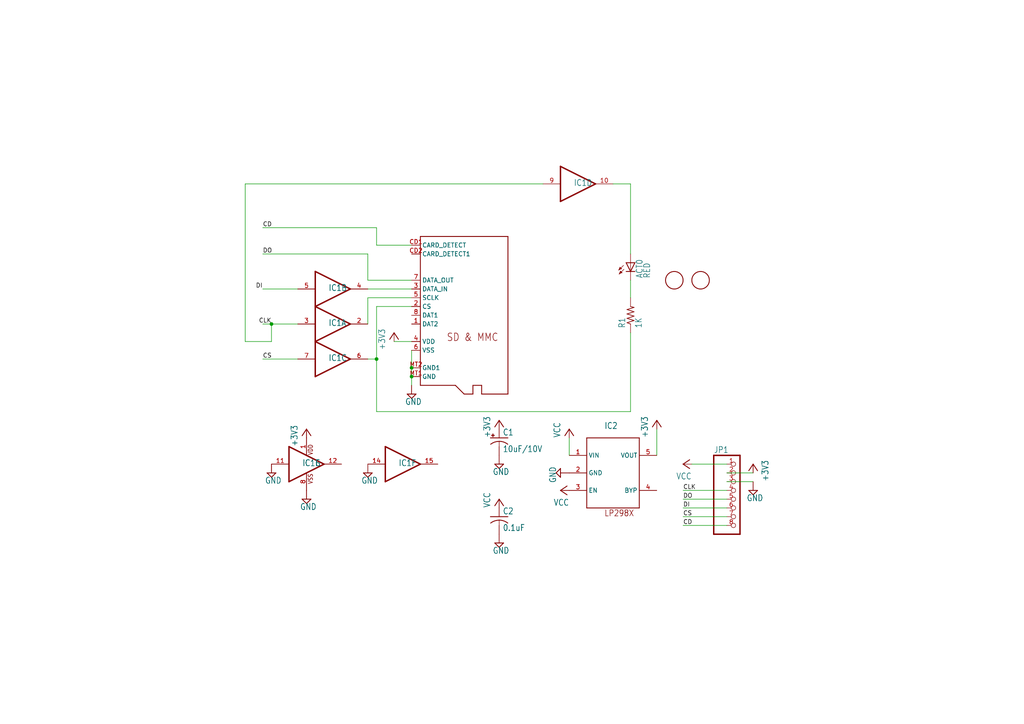
<source format=kicad_sch>
(kicad_sch (version 20230121) (generator eeschema)
  (paper "A4")
  (lib_symbols
    (symbol "working-eagle-import:+3V3" (power)
      (property "Value" "+3V3" (at -2.54 -5.08 90))
      (symbol "+3V3_1_0"
        (polyline (pts (xy 0 0) (xy -1.27 -1.905)) (stroke (width 0.254)))
        (polyline (pts (xy 1.27 -1.905) (xy 0 0)) (stroke (width 0.254)))
        (pin power_in line (at 0 -2.54 90) (length 2.54) (name "+3V3") (number "1"))
      )
    )
    (symbol "working-eagle-import:4050D"
      (property "Reference" "IC" (at -1.27 -0.635 0))
      (symbol "4050D_1_0"
        (polyline (pts (xy -5.08 -5.08) (xy 5.08 0)) (stroke (width 0.4064)))
        (polyline (pts (xy -5.08 5.08) (xy -5.08 -5.08)) (stroke (width 0.4064)))
        (polyline (pts (xy 5.08 0) (xy -5.08 5.08)) (stroke (width 0.4064)))
        (pin output line (at 10.16 0 180) (length 5.08) (name "O") (number "2"))
        (pin input line (at -10.16 0 0) (length 5.08) (name "I") (number "3"))
      )
      (symbol "4050D_2_0"
        (polyline (pts (xy -5.08 -5.08) (xy 5.08 0)) (stroke (width 0.4064)))
        (polyline (pts (xy -5.08 5.08) (xy -5.08 -5.08)) (stroke (width 0.4064)))
        (polyline (pts (xy 5.08 0) (xy -5.08 5.08)) (stroke (width 0.4064)))
        (pin output line (at 10.16 0 180) (length 5.08) (name "O") (number "4"))
        (pin input line (at -10.16 0 0) (length 5.08) (name "I") (number "5"))
      )
      (symbol "4050D_3_0"
        (polyline (pts (xy -5.08 -5.08) (xy 5.08 0)) (stroke (width 0.4064)))
        (polyline (pts (xy -5.08 5.08) (xy -5.08 -5.08)) (stroke (width 0.4064)))
        (polyline (pts (xy 5.08 0) (xy -5.08 5.08)) (stroke (width 0.4064)))
        (pin output line (at 10.16 0 180) (length 5.08) (name "O") (number "6"))
        (pin input line (at -10.16 0 0) (length 5.08) (name "I") (number "7"))
      )
      (symbol "4050D_4_0"
        (polyline (pts (xy -5.08 -5.08) (xy 5.08 0)) (stroke (width 0.4064)))
        (polyline (pts (xy -5.08 5.08) (xy -5.08 -5.08)) (stroke (width 0.4064)))
        (polyline (pts (xy 5.08 0) (xy -5.08 5.08)) (stroke (width 0.4064)))
        (pin output line (at 10.16 0 180) (length 5.08) (name "O") (number "10"))
        (pin input line (at -10.16 0 0) (length 5.08) (name "I") (number "9"))
      )
      (symbol "4050D_5_0"
        (polyline (pts (xy -5.08 -5.08) (xy 5.08 0)) (stroke (width 0.4064)))
        (polyline (pts (xy -5.08 5.08) (xy -5.08 -5.08)) (stroke (width 0.4064)))
        (polyline (pts (xy 5.08 0) (xy -5.08 5.08)) (stroke (width 0.4064)))
        (pin input line (at -10.16 0 0) (length 5.08) (name "I") (number "11"))
        (pin output line (at 10.16 0 180) (length 5.08) (name "O") (number "12"))
      )
      (symbol "4050D_6_0"
        (polyline (pts (xy -5.08 -5.08) (xy 5.08 0)) (stroke (width 0.4064)))
        (polyline (pts (xy -5.08 5.08) (xy -5.08 -5.08)) (stroke (width 0.4064)))
        (polyline (pts (xy 5.08 0) (xy -5.08 5.08)) (stroke (width 0.4064)))
        (pin input line (at -10.16 0 0) (length 5.08) (name "I") (number "14"))
        (pin output line (at 10.16 0 180) (length 5.08) (name "O") (number "15"))
      )
      (symbol "4050D_7_0"
        (text "VDD" (at 1.905 2.54 900) (effects (font (size 1.27 1.0795)) (justify left bottom)))
        (text "VSS" (at 1.905 -5.842 900) (effects (font (size 1.27 1.0795)) (justify left bottom)))
        (pin power_in line (at 0 7.62 270) (length 5.08) (name "VDD") (number "1"))
        (pin power_in line (at 0 -7.62 90) (length 5.08) (name "VSS") (number "8"))
      )
    )
    (symbol "working-eagle-import:C-USC0805K"
      (property "Reference" "C" (at 1.016 0.635 0))
      (symbol "C-USC0805K_1_0"
        (arc (start 0 -1.0161) (mid -1.302 -1.2303) (end -2.4668 -1.8504) (stroke (width 0.254)))
        (polyline (pts (xy -2.54 0) (xy 2.54 0)) (stroke (width 0.254)))
        (polyline (pts (xy 0 -1.016) (xy 0 -2.54)) (stroke (width 0.1524)))
        (arc (start 2.4892 -1.8541) (mid 1.3158 -1.2194) (end 0 -1) (stroke (width 0.254)))
        (pin passive line (at 0 2.54 270) (length 2.54) (name "1") (number "1"))
        (pin passive line (at 0 -5.08 90) (length 2.54) (name "2") (number "2"))
      )
    )
    (symbol "working-eagle-import:CPOL-USA/3216-18R"
      (property "Reference" "C" (at 1.016 0.635 0))
      (symbol "CPOL-USA/3216-18R_1_0"
        (rectangle (start -2.253 0.668) (end -1.364 0.795) (fill (type outline)))
        (rectangle (start -1.872 0.287) (end -1.745 1.176) (fill (type outline)))
        (arc (start 0 -1.0161) (mid -1.3021 -1.2303) (end -2.4669 -1.8504) (stroke (width 0.254)))
        (polyline (pts (xy -2.54 0) (xy 2.54 0)) (stroke (width 0.254)))
        (polyline (pts (xy 0 -1.016) (xy 0 -2.54)) (stroke (width 0.1524)))
        (arc (start 2.4892 -1.8541) (mid 1.3158 -1.2194) (end 0 -1) (stroke (width 0.254)))
        (pin passive line (at 0 2.54 270) (length 2.54) (name "+") (number "+"))
        (pin passive line (at 0 -5.08 90) (length 2.54) (name "-") (number "-"))
      )
    )
    (symbol "working-eagle-import:FIDUCIAL"
      (symbol "FIDUCIAL_1_0"
        (circle (center 0 0) (radius 2.54) (stroke (width 0.254)))
      )
    )
    (symbol "working-eagle-import:GND" (power)
      (property "Value" "GND" (at -1.905 -3.175 0))
      (symbol "GND_1_0"
        (polyline (pts (xy -1.27 0) (xy 1.27 0)) (stroke (width 0.254)))
        (polyline (pts (xy 0 -1.27) (xy -1.27 0)) (stroke (width 0.254)))
        (polyline (pts (xy 1.27 0) (xy 0 -1.27)) (stroke (width 0.254)))
        (pin power_in line (at 0 2.54 270) (length 2.54) (name "GND") (number "1"))
      )
    )
    (symbol "working-eagle-import:LEDCHIP-LED0805"
      (property "Reference" "LED" (at 3.556 -4.572 90))
      (symbol "LEDCHIP-LED0805_1_0"
        (polyline (pts (xy -2.032 -0.762) (xy -3.429 -2.159)) (stroke (width 0.1524)))
        (polyline (pts (xy -1.905 -1.905) (xy -3.302 -3.302)) (stroke (width 0.1524)))
        (polyline (pts (xy 0 -2.54) (xy -1.27 -2.54)) (stroke (width 0.254)))
        (polyline (pts (xy 0 -2.54) (xy -1.27 0)) (stroke (width 0.254)))
        (polyline (pts (xy 0 0) (xy -1.27 0)) (stroke (width 0.254)))
        (polyline (pts (xy 0 0) (xy 0 -2.54)) (stroke (width 0.1524)))
        (polyline (pts (xy 1.27 -2.54) (xy 0 -2.54)) (stroke (width 0.254)))
        (polyline (pts (xy 1.27 0) (xy 0 -2.54)) (stroke (width 0.254)))
        (polyline (pts (xy 1.27 0) (xy 0 0)) (stroke (width 0.254)))
        (polyline (pts (xy -3.429 -2.159) (xy -3.048 -1.27) (xy -2.54 -1.778)) (stroke (width 0.1524)) (fill (type outline)))
        (polyline (pts (xy -3.302 -3.302) (xy -2.921 -2.413) (xy -2.413 -2.921)) (stroke (width 0.1524)) (fill (type outline)))
        (pin passive line (at 0 2.54 270) (length 2.54) (name "A") (number "A"))
        (pin passive line (at 0 -5.08 90) (length 2.54) (name "C") (number "C"))
      )
    )
    (symbol "working-eagle-import:LP298XS"
      (property "Reference" "IC" (at -12.7 -5.08 90))
      (symbol "LP298XS_1_0"
        (polyline (pts (xy -10.16 -10.16) (xy 10.16 -10.16)) (stroke (width 0.254)))
        (polyline (pts (xy -10.16 5.08) (xy -10.16 -10.16)) (stroke (width 0.254)))
        (polyline (pts (xy 10.16 -10.16) (xy 10.16 5.08)) (stroke (width 0.254)))
        (polyline (pts (xy 10.16 5.08) (xy -10.16 5.08)) (stroke (width 0.254)))
        (text "LP298X" (at 12.7 -5.08 900) (effects (font (size 1.778 1.5113)) (justify left bottom)))
        (pin bidirectional line (at -5.08 -15.24 90) (length 5.08) (name "VIN") (number "1"))
        (pin bidirectional line (at 0 -15.24 90) (length 5.08) (name "GND") (number "2"))
        (pin bidirectional line (at 5.08 -15.24 90) (length 5.08) (name "EN") (number "3"))
        (pin bidirectional line (at 5.08 10.16 270) (length 5.08) (name "BYP") (number "4"))
        (pin bidirectional line (at -5.08 10.16 270) (length 5.08) (name "VOUT") (number "5"))
      )
    )
    (symbol "working-eagle-import:MICROSD"
      (symbol "MICROSD_1_0"
        (polyline (pts (xy -15.24 -22.86) (xy -5.08 -22.86)) (stroke (width 0.254)))
        (polyline (pts (xy -15.24 20.32) (xy -15.24 -22.86)) (stroke (width 0.254)))
        (polyline (pts (xy -5.08 -22.86) (xy -2.54 -25.4)) (stroke (width 0.254)))
        (polyline (pts (xy -2.54 -25.4) (xy 0 -25.4)) (stroke (width 0.254)))
        (polyline (pts (xy 0 -25.4) (xy 0 -22.86)) (stroke (width 0.254)))
        (polyline (pts (xy 0 -22.86) (xy 2.54 -22.86)) (stroke (width 0.254)))
        (polyline (pts (xy 2.54 -25.4) (xy 10.16 -25.4)) (stroke (width 0.254)))
        (polyline (pts (xy 2.54 -22.86) (xy 2.54 -25.4)) (stroke (width 0.254)))
        (polyline (pts (xy 10.16 -25.4) (xy 10.16 20.32)) (stroke (width 0.254)))
        (polyline (pts (xy 10.16 20.32) (xy -15.24 20.32)) (stroke (width 0.254)))
        (text "SD & MMC" (at -7.62 -10.16 0) (effects (font (size 2.1844 1.8567)) (justify left bottom)))
        (pin bidirectional line (at -17.78 -5.08 0) (length 2.54) (name "DAT2") (number "1"))
        (pin input line (at -17.78 0 0) (length 2.54) (name "CS") (number "2"))
        (pin input line (at -17.78 5.08 0) (length 2.54) (name "DATA_IN") (number "3"))
        (pin power_in line (at -17.78 -10.16 0) (length 2.54) (name "VDD") (number "4"))
        (pin input line (at -17.78 2.54 0) (length 2.54) (name "SCLK") (number "5"))
        (pin power_in line (at -17.78 -12.7 0) (length 2.54) (name "VSS") (number "6"))
        (pin output line (at -17.78 7.62 0) (length 2.54) (name "DATA_OUT") (number "7"))
        (pin bidirectional line (at -17.78 -2.54 0) (length 2.54) (name "DAT1") (number "8"))
        (pin passive line (at -17.78 17.78 0) (length 2.54) (name "CARD_DETECT") (number "CD1"))
        (pin passive line (at -17.78 15.24 0) (length 2.54) (name "CARD_DETECT1") (number "CD2"))
        (pin power_in line (at -17.78 -20.32 0) (length 2.54) (name "GND") (number "MT1"))
        (pin power_in line (at -17.78 -17.78 0) (length 2.54) (name "GND1") (number "MT2"))
      )
    )
    (symbol "working-eagle-import:PINHD-1X8BIG"
      (property "Reference" "JP" (at -6.35 10.795 0))
      (symbol "PINHD-1X8BIG_1_0"
        (polyline (pts (xy -6.35 -12.7) (xy 1.27 -12.7)) (stroke (width 0.4064)))
        (polyline (pts (xy -6.35 10.16) (xy -6.35 -12.7)) (stroke (width 0.4064)))
        (polyline (pts (xy 1.27 -12.7) (xy 1.27 10.16)) (stroke (width 0.4064)))
        (polyline (pts (xy 1.27 10.16) (xy -6.35 10.16)) (stroke (width 0.4064)))
        (pin passive inverted (at -2.54 7.62 0) (length 2.54) (name "1") (number "1"))
        (pin passive inverted (at -2.54 5.08 0) (length 2.54) (name "2") (number "2"))
        (pin passive inverted (at -2.54 2.54 0) (length 2.54) (name "3") (number "3"))
        (pin passive inverted (at -2.54 0 0) (length 2.54) (name "4") (number "4"))
        (pin passive inverted (at -2.54 -2.54 0) (length 2.54) (name "5") (number "5"))
        (pin passive inverted (at -2.54 -5.08 0) (length 2.54) (name "6") (number "6"))
        (pin passive inverted (at -2.54 -7.62 0) (length 2.54) (name "7") (number "7"))
        (pin passive inverted (at -2.54 -10.16 0) (length 2.54) (name "8") (number "8"))
      )
    )
    (symbol "working-eagle-import:R-US_R0805"
      (property "Reference" "R" (at -3.81 1.4986 0))
      (symbol "R-US_R0805_1_0"
        (polyline (pts (xy -2.54 0) (xy -2.159 1.016)) (stroke (width 0.2032)))
        (polyline (pts (xy -2.159 1.016) (xy -1.524 -1.016)) (stroke (width 0.2032)))
        (polyline (pts (xy -1.524 -1.016) (xy -0.889 1.016)) (stroke (width 0.2032)))
        (polyline (pts (xy -0.889 1.016) (xy -0.254 -1.016)) (stroke (width 0.2032)))
        (polyline (pts (xy -0.254 -1.016) (xy 0.381 1.016)) (stroke (width 0.2032)))
        (polyline (pts (xy 0.381 1.016) (xy 1.016 -1.016)) (stroke (width 0.2032)))
        (polyline (pts (xy 1.016 -1.016) (xy 1.651 1.016)) (stroke (width 0.2032)))
        (polyline (pts (xy 1.651 1.016) (xy 2.286 -1.016)) (stroke (width 0.2032)))
        (polyline (pts (xy 2.286 -1.016) (xy 2.54 0)) (stroke (width 0.2032)))
        (pin passive line (at -5.08 0 0) (length 2.54) (name "1") (number "1"))
        (pin passive line (at 5.08 0 180) (length 2.54) (name "2") (number "2"))
      )
    )
    (symbol "working-eagle-import:VCC" (power)
      (property "Value" "VCC" (at -2.54 -2.54 90))
      (symbol "VCC_1_0"
        (polyline (pts (xy 0 0) (xy -1.27 -1.905)) (stroke (width 0.254)))
        (polyline (pts (xy 1.27 -1.905) (xy 0 0)) (stroke (width 0.254)))
        (pin power_in line (at 0 -2.54 90) (length 2.54) (name "VCC") (number "1"))
      )
    )
  )
  (junction (at 119.38 106.68))
  (junction (at 119.38 109.22))
  (junction (at 109.22 104.14))
  (junction (at 78.74 93.98))
  (wire (pts (xy 86.36 93.98) (xy 78.74 93.98)) (stroke (width 0.1524)))
  (wire (pts (xy 78.74 93.98) (xy 76.2 93.98)) (stroke (width 0.1524)))
  (wire (pts (xy 119.38 81.28) (xy 106.68 81.28)) (stroke (width 0.1524)))
  (wire (pts (xy 210.82 144.78) (xy 198.12 144.78)) (stroke (width 0.1524)))
  (wire (pts (xy 119.38 109.22) (xy 119.38 111.76)) (stroke (width 0.1524)))
  (wire (pts (xy 190.5 124.46) (xy 190.5 132.08)) (stroke (width 0.1524)))
  (wire (pts (xy 218.44 137.16) (xy 210.82 137.16)) (stroke (width 0.1524)))
  (wire (pts (xy 165.1 132.08) (xy 165.1 127)) (stroke (width 0.1524)))
  (wire (pts (xy 106.68 104.14) (xy 109.22 104.14)) (stroke (width 0.1524)))
  (wire (pts (xy 157.48 53.34) (xy 71.12 53.34)) (stroke (width 0.1524)))
  (wire (pts (xy 109.22 66.04) (xy 76.2 66.04)) (stroke (width 0.1524)))
  (wire (pts (xy 86.36 104.14) (xy 76.2 104.14)) (stroke (width 0.1524)))
  (wire (pts (xy 210.82 152.4) (xy 198.12 152.4)) (stroke (width 0.1524)))
  (wire (pts (xy 210.82 149.86) (xy 198.12 149.86)) (stroke (width 0.1524)))
  (wire (pts (xy 114.3 99.06) (xy 119.38 99.06)) (stroke (width 0.1524)))
  (wire (pts (xy 218.44 139.7) (xy 210.82 139.7)) (stroke (width 0.1524)))
  (wire (pts (xy 182.88 119.38) (xy 182.88 96.52)) (stroke (width 0.1524)))
  (wire (pts (xy 106.68 93.98) (xy 106.68 86.36)) (stroke (width 0.1524)))
  (wire (pts (xy 86.36 83.82) (xy 76.2 83.82)) (stroke (width 0.1524)))
  (wire (pts (xy 119.38 101.6) (xy 119.38 106.68)) (stroke (width 0.1524)))
  (wire (pts (xy 109.22 104.14) (xy 109.22 88.9)) (stroke (width 0.1524)))
  (wire (pts (xy 119.38 71.12) (xy 109.22 71.12)) (stroke (width 0.1524)))
  (wire (pts (xy 182.88 81.28) (xy 182.88 86.36)) (stroke (width 0.1524)))
  (wire (pts (xy 76.2 73.66) (xy 106.68 73.66)) (stroke (width 0.1524)))
  (wire (pts (xy 109.22 71.12) (xy 109.22 66.04)) (stroke (width 0.1524)))
  (wire (pts (xy 109.22 119.38) (xy 182.88 119.38)) (stroke (width 0.1524)))
  (wire (pts (xy 182.88 53.34) (xy 182.88 73.66)) (stroke (width 0.1524)))
  (wire (pts (xy 210.82 147.32) (xy 198.12 147.32)) (stroke (width 0.1524)))
  (wire (pts (xy 210.82 142.24) (xy 198.12 142.24)) (stroke (width 0.1524)))
  (wire (pts (xy 177.8 53.34) (xy 182.88 53.34)) (stroke (width 0.1524)))
  (wire (pts (xy 71.12 53.34) (xy 71.12 99.06)) (stroke (width 0.1524)))
  (wire (pts (xy 109.22 88.9) (xy 119.38 88.9)) (stroke (width 0.1524)))
  (wire (pts (xy 106.68 83.82) (xy 119.38 83.82)) (stroke (width 0.1524)))
  (wire (pts (xy 78.74 99.06) (xy 78.74 93.98)) (stroke (width 0.1524)))
  (wire (pts (xy 106.68 86.36) (xy 119.38 86.36)) (stroke (width 0.1524)))
  (wire (pts (xy 109.22 104.14) (xy 109.22 119.38)) (stroke (width 0.1524)))
  (wire (pts (xy 71.12 99.06) (xy 78.74 99.06)) (stroke (width 0.1524)))
  (wire (pts (xy 200.66 134.62) (xy 210.82 134.62)) (stroke (width 0.1524)))
  (wire (pts (xy 119.38 106.68) (xy 119.38 109.22)) (stroke (width 0.1524)))
  (wire (pts (xy 106.68 81.28) (xy 106.68 73.66)) (stroke (width 0.1524)))
  (label "DI" (at 198.12 147.32 0) (effects (font (size 1.2446 1.2446))))
  (label "CLK" (at 78.74 93.98 180) (effects (font (size 1.2446 1.2446))))
  (label "CD" (at 76.2 66.04 0) (effects (font (size 1.2446 1.2446))))
  (label "CS" (at 76.2 104.14 0) (effects (font (size 1.2446 1.2446))))
  (label "CD" (at 198.12 152.4 0) (effects (font (size 1.2446 1.2446))))
  (label "DO" (at 76.2 73.66 0) (effects (font (size 1.2446 1.2446))))
  (label "DI" (at 76.2 83.82 180) (effects (font (size 1.2446 1.2446))))
  (label "DO" (at 198.12 144.78 0) (effects (font (size 1.2446 1.2446))))
  (label "CS" (at 198.12 149.86 0) (effects (font (size 1.2446 1.2446))))
  (label "CLK" (at 198.12 142.24 0) (effects (font (size 1.2446 1.2446))))
  (symbol (lib_id "working-eagle-import:GND") (at 88.9 144.78 0) (unit 1)
    (property "Reference" "#SUPPLY3" (effects hide))
    (property "Value" "GND" (at 86.995 147.955 0) (effects (font (size 1.778 1.5113)) (justify left bottom)))
  )
  (symbol (lib_id "working-eagle-import:+3V3") (at 114.3 96.52 0) (unit 1)
    (property "Reference" "#+3V2" (effects hide))
    (property "Value" "+3V3" (at 111.76 101.6 90) (effects (font (size 1.778 1.5113)) (justify left bottom)))
  )
  (symbol (lib_id "working-eagle-import:4050D") (at 167.64 53.34 0) (unit 4)
    (property "Reference" "IC1" (at 166.37 53.975 0) (effects (font (size 1.778 1.5113)) (justify left bottom)))
    (property "Value" "4050D" (effects hide))
    (property "Footprint" "working:SO16" (effects hide))
  )
  (symbol (lib_id "working-eagle-import:+3V3") (at 144.78 121.92 0) (unit 1)
    (property "Reference" "#+3V4" (effects hide))
    (property "Value" "+3V3" (at 142.24 127 90) (effects (font (size 1.778 1.5113)) (justify left bottom)))
  )
  (symbol (lib_id "working-eagle-import:GND") (at 218.44 142.24 0) (unit 1)
    (property "Reference" "#SUPPLY6" (effects hide))
    (property "Value" "GND" (at 216.535 145.415 0) (effects (font (size 1.778 1.5113)) (justify left bottom)))
  )
  (symbol (lib_id "working-eagle-import:GND") (at 144.78 157.48 0) (unit 1)
    (property "Reference" "#SUPPLY4" (effects hide))
    (property "Value" "GND" (at 142.875 160.655 0) (effects (font (size 1.778 1.5113)) (justify left bottom)))
  )
  (symbol (lib_id "working-eagle-import:+3V3") (at 218.44 134.62 0) (mirror y) (unit 1)
    (property "Reference" "#+3V5" (effects hide))
    (property "Value" "+3V3" (at 220.98 139.7 90) (effects (font (size 1.778 1.5113)) (justify left bottom)))
  )
  (symbol (lib_id "working-eagle-import:+3V3") (at 88.9 124.46 0) (unit 1)
    (property "Reference" "#+3V3" (effects hide))
    (property "Value" "+3V3" (at 86.36 129.54 90) (effects (font (size 1.778 1.5113)) (justify left bottom)))
  )
  (symbol (lib_id "working-eagle-import:VCC") (at 198.12 134.62 90) (unit 1)
    (property "Reference" "#P+4" (effects hide))
    (property "Value" "VCC" (at 200.66 137.16 90) (effects (font (size 1.778 1.5113)) (justify left bottom)))
  )
  (symbol (lib_id "working-eagle-import:PINHD-1X8BIG") (at 213.36 142.24 0) (unit 1)
    (property "Reference" "JP1" (at 207.01 131.445 0) (effects (font (size 1.778 1.5113)) (justify left bottom)))
    (property "Value" "PINHD-1X8BIG" (effects hide))
    (property "Footprint" "working:1X08-BIG" (effects hide))
  )
  (symbol (lib_id "working-eagle-import:LEDCHIP-LED0805") (at 182.88 76.2 0) (unit 1)
    (property "Reference" "ACT0" (at 186.436 80.772 90) (effects (font (size 1.778 1.5113)) (justify left bottom)))
    (property "Value" "RED" (at 188.595 80.772 90) (effects (font (size 1.778 1.5113)) (justify left bottom)))
    (property "Footprint" "working:CHIP-LED0805" (effects hide))
  )
  (symbol (lib_id "working-eagle-import:4050D") (at 96.52 93.98 0) (unit 1)
    (property "Reference" "IC1" (at 95.25 94.615 0) (effects (font (size 1.778 1.5113)) (justify left bottom)))
    (property "Value" "4050D" (effects hide))
    (property "Footprint" "working:SO16" (effects hide))
  )
  (symbol (lib_id "working-eagle-import:CPOL-USA/3216-18R") (at 144.78 127 0) (unit 1)
    (property "Reference" "C1" (at 145.796 126.365 0) (effects (font (size 1.778 1.5113)) (justify left bottom)))
    (property "Value" "10uF/10V" (at 145.796 131.191 0) (effects (font (size 1.778 1.5113)) (justify left bottom)))
    (property "Footprint" "working:A_3216-18R" (effects hide))
  )
  (symbol (lib_id "working-eagle-import:C-USC0805K") (at 144.78 149.86 0) (unit 1)
    (property "Reference" "C2" (at 145.796 149.225 0) (effects (font (size 1.778 1.5113)) (justify left bottom)))
    (property "Value" "0.1uF" (at 145.796 154.051 0) (effects (font (size 1.778 1.5113)) (justify left bottom)))
    (property "Footprint" "working:C0805K" (effects hide))
  )
  (symbol (lib_id "working-eagle-import:4050D") (at 116.84 134.62 0) (unit 6)
    (property "Reference" "IC1" (at 115.57 135.255 0) (effects (font (size 1.778 1.5113)) (justify left bottom)))
    (property "Value" "4050D" (effects hide))
    (property "Footprint" "working:SO16" (effects hide))
  )
  (symbol (lib_id "working-eagle-import:4050D") (at 96.52 104.14 0) (unit 3)
    (property "Reference" "IC1" (at 95.25 104.775 0) (effects (font (size 1.778 1.5113)) (justify left bottom)))
    (property "Value" "4050D" (effects hide))
    (property "Footprint" "working:SO16" (effects hide))
  )
  (symbol (lib_id "working-eagle-import:GND") (at 106.68 137.16 0) (unit 1)
    (property "Reference" "#SUPPLY9" (effects hide))
    (property "Value" "GND" (at 104.775 140.335 0) (effects (font (size 1.778 1.5113)) (justify left bottom)))
  )
  (symbol (lib_id "working-eagle-import:FIDUCIAL") (at 195.58 81.28 0) (unit 1)
    (property "Reference" "U$2" (effects hide))
    (property "Value" "FIDUCIAL" (effects hide))
    (property "Footprint" "working:FIDUCIAL_1MM" (effects hide))
  )
  (symbol (lib_id "working-eagle-import:VCC") (at 165.1 124.46 0) (unit 1)
    (property "Reference" "#P+2" (effects hide))
    (property "Value" "VCC" (at 162.56 127 90) (effects (font (size 1.778 1.5113)) (justify left bottom)))
  )
  (symbol (lib_id "working-eagle-import:GND") (at 78.74 137.16 0) (unit 1)
    (property "Reference" "#SUPPLY8" (effects hide))
    (property "Value" "GND" (at 76.835 140.335 0) (effects (font (size 1.778 1.5113)) (justify left bottom)))
  )
  (symbol (lib_id "working-eagle-import:GND") (at 119.38 114.3 0) (unit 1)
    (property "Reference" "#SUPPLY2" (effects hide))
    (property "Value" "GND" (at 117.475 117.475 0) (effects (font (size 1.778 1.5113)) (justify left bottom)))
  )
  (symbol (lib_id "working-eagle-import:4050D") (at 88.9 134.62 0) (unit 5)
    (property "Reference" "IC1" (at 87.63 135.255 0) (effects (font (size 1.778 1.5113)) (justify left bottom)))
    (property "Value" "4050D" (effects hide))
    (property "Footprint" "working:SO16" (effects hide))
  )
  (symbol (lib_id "working-eagle-import:LP298XS") (at 180.34 137.16 270) (unit 1)
    (property "Reference" "IC2" (at 175.26 124.46 90) (effects (font (size 1.778 1.5113)) (justify left bottom)))
    (property "Value" "LP298XS" (effects hide))
    (property "Footprint" "working:SOT23-5L" (effects hide))
  )
  (symbol (lib_id "working-eagle-import:4050D") (at 88.9 134.62 0) (unit 7)
    (property "Reference" "IC1" (at 87.63 135.255 0) (effects (font (size 1.778 1.5113)) (justify left bottom)))
    (property "Value" "4050D" (effects hide))
    (property "Footprint" "working:SO16" (effects hide))
  )
  (symbol (lib_id "working-eagle-import:GND") (at 162.56 137.16 270) (unit 1)
    (property "Reference" "#SUPPLY1" (effects hide))
    (property "Value" "GND" (at 159.385 135.255 0) (effects (font (size 1.778 1.5113)) (justify left bottom)))
  )
  (symbol (lib_id "working-eagle-import:VCC") (at 144.78 144.78 0) (unit 1)
    (property "Reference" "#P+1" (effects hide))
    (property "Value" "VCC" (at 142.24 147.32 90) (effects (font (size 1.778 1.5113)) (justify left bottom)))
  )
  (symbol (lib_id "working-eagle-import:R-US_R0805") (at 182.88 91.44 90) (unit 1)
    (property "Reference" "R1" (at 181.3814 95.25 0) (effects (font (size 1.778 1.5113)) (justify left bottom)))
    (property "Value" "1K" (at 186.182 95.25 0) (effects (font (size 1.778 1.5113)) (justify left bottom)))
    (property "Footprint" "working:R0805" (effects hide))
  )
  (symbol (lib_id "working-eagle-import:GND") (at 144.78 134.62 0) (unit 1)
    (property "Reference" "#SUPPLY5" (effects hide))
    (property "Value" "GND" (at 142.875 137.795 0) (effects (font (size 1.778 1.5113)) (justify left bottom)))
  )
  (symbol (lib_id "working-eagle-import:+3V3") (at 190.5 121.92 0) (unit 1)
    (property "Reference" "#+3V1" (effects hide))
    (property "Value" "+3V3" (at 187.96 127 90) (effects (font (size 1.778 1.5113)) (justify left bottom)))
  )
  (symbol (lib_id "working-eagle-import:MICROSD") (at 137.16 88.9 0) (unit 1)
    (property "Reference" "X1" (effects hide))
    (property "Value" "MICROSD" (effects hide))
    (property "Footprint" "working:MICROSD" (effects hide))
  )
  (symbol (lib_id "working-eagle-import:4050D") (at 96.52 83.82 0) (unit 2)
    (property "Reference" "IC1" (at 95.25 84.455 0) (effects (font (size 1.778 1.5113)) (justify left bottom)))
    (property "Value" "4050D" (effects hide))
    (property "Footprint" "working:SO16" (effects hide))
  )
  (symbol (lib_id "working-eagle-import:VCC") (at 162.56 142.24 90) (unit 1)
    (property "Reference" "#P+3" (effects hide))
    (property "Value" "VCC" (at 165.1 144.78 90) (effects (font (size 1.778 1.5113)) (justify left bottom)))
  )
  (symbol (lib_id "working-eagle-import:FIDUCIAL") (at 203.2 81.28 0) (unit 1)
    (property "Reference" "U$1" (effects hide))
    (property "Value" "FIDUCIAL" (effects hide))
    (property "Footprint" "working:FIDUCIAL_1MM" (effects hide))
  )
)
</source>
